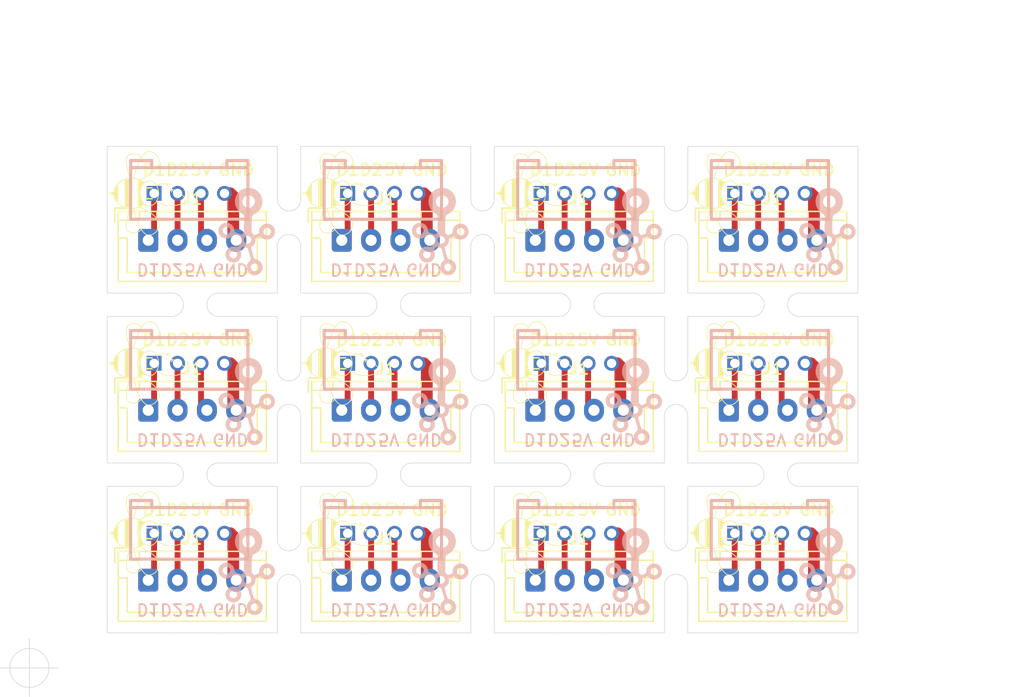
<source format=kicad_pcb>
(kicad_pcb (version 20171130) (host pcbnew 5.1.10-88a1d61d58~90~ubuntu20.04.1)
  (layers (0 F.Cu signal) (31 B.Cu signal) (34 B.Paste user) (35 F.Paste user) (36 B.SilkS user) (37 F.SilkS user) (38 B.Mask user) (39 F.Mask user) (44 Edge.Cuts user))
  (net 0 "")
  (net 1 GND)
  (net 2 +5V)
  (net 3 "Net-(J1-Pad2)")
  (net 4 "Net-(J1-Pad1)")
  (module Panelization:mouse-bite-2mm-slot (layer F.Cu) (at 188 110.5 270)
    (fp_text reference mouse-bite-2mm-slot hide)
    (fp_text value VAL** hide)
    (pad "" np_thru_hole circle (at 0.75 0.75 270) (size 0.5 0.5) (drill 0.5) (layers *.Cu *.Mask))
    (pad "" np_thru_hole circle (at -0.75 0.75 270) (size 0.5 0.5) (drill 0.5) (layers *.Cu *.Mask))
    (pad "" np_thru_hole circle (at -0.75 -0.75 270) (size 0.5 0.5) (drill 0.5) (layers *.Cu *.Mask))
    (pad "" np_thru_hole circle (at 0.75 -0.75 270) (size 0.5 0.5) (drill 0.5) (layers *.Cu *.Mask))
    (pad "" np_thru_hole circle (at 0 0.75 270) (size 0.5 0.5) (drill 0.5) (layers *.Cu *.Mask))
    (pad "" np_thru_hole circle (at 0 -0.75 270) (size 0.5 0.5) (drill 0.5) (layers *.Cu *.Mask))
  )
  (module Panelization:mouse-bite-2mm-slot (layer F.Cu) (at 229.5 117.5 180)
    (fp_text reference mouse-bite-2mm-slot hide)
    (fp_text value VAL** hide)
    (pad "" np_thru_hole circle (at 0.75 0.75 180) (size 0.5 0.5) (drill 0.5) (layers *.Cu *.Mask))
    (pad "" np_thru_hole circle (at -0.75 0.75 180) (size 0.5 0.5) (drill 0.5) (layers *.Cu *.Mask))
    (pad "" np_thru_hole circle (at -0.75 -0.75 180) (size 0.5 0.5) (drill 0.5) (layers *.Cu *.Mask))
    (pad "" np_thru_hole circle (at 0.75 -0.75 180) (size 0.5 0.5) (drill 0.5) (layers *.Cu *.Mask))
    (pad "" np_thru_hole circle (at 0 0.75 180) (size 0.5 0.5) (drill 0.5) (layers *.Cu *.Mask))
    (pad "" np_thru_hole circle (at 0 -0.75 180) (size 0.5 0.5) (drill 0.5) (layers *.Cu *.Mask))
  )
  (module Panelization:mouse-bite-2mm-slot (layer F.Cu) (at 213 117.5 180)
    (fp_text reference mouse-bite-2mm-slot hide)
    (fp_text value VAL** hide)
    (pad "" np_thru_hole circle (at 0.75 0.75 180) (size 0.5 0.5) (drill 0.5) (layers *.Cu *.Mask))
    (pad "" np_thru_hole circle (at -0.75 0.75 180) (size 0.5 0.5) (drill 0.5) (layers *.Cu *.Mask))
    (pad "" np_thru_hole circle (at -0.75 -0.75 180) (size 0.5 0.5) (drill 0.5) (layers *.Cu *.Mask))
    (pad "" np_thru_hole circle (at 0.75 -0.75 180) (size 0.5 0.5) (drill 0.5) (layers *.Cu *.Mask))
    (pad "" np_thru_hole circle (at 0 0.75 180) (size 0.5 0.5) (drill 0.5) (layers *.Cu *.Mask))
    (pad "" np_thru_hole circle (at 0 -0.75 180) (size 0.5 0.5) (drill 0.5) (layers *.Cu *.Mask))
  )
  (module Panelization:mouse-bite-2mm-slot (layer F.Cu) (at 196.5 117.5 180)
    (fp_text reference mouse-bite-2mm-slot hide)
    (fp_text value VAL** hide)
    (pad "" np_thru_hole circle (at 0.75 0.75 180) (size 0.5 0.5) (drill 0.5) (layers *.Cu *.Mask))
    (pad "" np_thru_hole circle (at -0.75 0.75 180) (size 0.5 0.5) (drill 0.5) (layers *.Cu *.Mask))
    (pad "" np_thru_hole circle (at -0.75 -0.75 180) (size 0.5 0.5) (drill 0.5) (layers *.Cu *.Mask))
    (pad "" np_thru_hole circle (at 0.75 -0.75 180) (size 0.5 0.5) (drill 0.5) (layers *.Cu *.Mask))
    (pad "" np_thru_hole circle (at 0 0.75 180) (size 0.5 0.5) (drill 0.5) (layers *.Cu *.Mask))
    (pad "" np_thru_hole circle (at 0 -0.75 180) (size 0.5 0.5) (drill 0.5) (layers *.Cu *.Mask))
  )
  (module Panelization:mouse-bite-2mm-slot (layer F.Cu) (at 180 117.5 180)
    (fp_text reference mouse-bite-2mm-slot hide)
    (fp_text value VAL** hide)
    (pad "" np_thru_hole circle (at 0.75 0.75 180) (size 0.5 0.5) (drill 0.5) (layers *.Cu *.Mask))
    (pad "" np_thru_hole circle (at -0.75 0.75 180) (size 0.5 0.5) (drill 0.5) (layers *.Cu *.Mask))
    (pad "" np_thru_hole circle (at -0.75 -0.75 180) (size 0.5 0.5) (drill 0.5) (layers *.Cu *.Mask))
    (pad "" np_thru_hole circle (at 0.75 -0.75 180) (size 0.5 0.5) (drill 0.5) (layers *.Cu *.Mask))
    (pad "" np_thru_hole circle (at 0 0.75 180) (size 0.5 0.5) (drill 0.5) (layers *.Cu *.Mask))
    (pad "" np_thru_hole circle (at 0 -0.75 180) (size 0.5 0.5) (drill 0.5) (layers *.Cu *.Mask))
  )
  (module Panelization:mouse-bite-2mm-slot (layer F.Cu) (at 229.5 103 180)
    (fp_text reference mouse-bite-2mm-slot hide)
    (fp_text value VAL** hide)
    (pad "" np_thru_hole circle (at 0.75 0.75 180) (size 0.5 0.5) (drill 0.5) (layers *.Cu *.Mask))
    (pad "" np_thru_hole circle (at -0.75 0.75 180) (size 0.5 0.5) (drill 0.5) (layers *.Cu *.Mask))
    (pad "" np_thru_hole circle (at -0.75 -0.75 180) (size 0.5 0.5) (drill 0.5) (layers *.Cu *.Mask))
    (pad "" np_thru_hole circle (at 0.75 -0.75 180) (size 0.5 0.5) (drill 0.5) (layers *.Cu *.Mask))
    (pad "" np_thru_hole circle (at 0 0.75 180) (size 0.5 0.5) (drill 0.5) (layers *.Cu *.Mask))
    (pad "" np_thru_hole circle (at 0 -0.75 180) (size 0.5 0.5) (drill 0.5) (layers *.Cu *.Mask))
  )
  (module Panelization:mouse-bite-2mm-slot (layer F.Cu) (at 213 103 180)
    (fp_text reference mouse-bite-2mm-slot hide)
    (fp_text value VAL** hide)
    (pad "" np_thru_hole circle (at 0.75 0.75 180) (size 0.5 0.5) (drill 0.5) (layers *.Cu *.Mask))
    (pad "" np_thru_hole circle (at -0.75 0.75 180) (size 0.5 0.5) (drill 0.5) (layers *.Cu *.Mask))
    (pad "" np_thru_hole circle (at -0.75 -0.75 180) (size 0.5 0.5) (drill 0.5) (layers *.Cu *.Mask))
    (pad "" np_thru_hole circle (at 0.75 -0.75 180) (size 0.5 0.5) (drill 0.5) (layers *.Cu *.Mask))
    (pad "" np_thru_hole circle (at 0 0.75 180) (size 0.5 0.5) (drill 0.5) (layers *.Cu *.Mask))
    (pad "" np_thru_hole circle (at 0 -0.75 180) (size 0.5 0.5) (drill 0.5) (layers *.Cu *.Mask))
  )
  (module Panelization:mouse-bite-2mm-slot (layer F.Cu) (at 196.5 103 180)
    (fp_text reference mouse-bite-2mm-slot hide)
    (fp_text value VAL** hide)
    (pad "" np_thru_hole circle (at 0.75 0.75 180) (size 0.5 0.5) (drill 0.5) (layers *.Cu *.Mask))
    (pad "" np_thru_hole circle (at -0.75 0.75 180) (size 0.5 0.5) (drill 0.5) (layers *.Cu *.Mask))
    (pad "" np_thru_hole circle (at -0.75 -0.75 180) (size 0.5 0.5) (drill 0.5) (layers *.Cu *.Mask))
    (pad "" np_thru_hole circle (at 0.75 -0.75 180) (size 0.5 0.5) (drill 0.5) (layers *.Cu *.Mask))
    (pad "" np_thru_hole circle (at 0 0.75 180) (size 0.5 0.5) (drill 0.5) (layers *.Cu *.Mask))
    (pad "" np_thru_hole circle (at 0 -0.75 180) (size 0.5 0.5) (drill 0.5) (layers *.Cu *.Mask))
  )
  (module Panelization:mouse-bite-2mm-slot (layer F.Cu) (at 221 125 270)
    (fp_text reference mouse-bite-2mm-slot hide)
    (fp_text value VAL** hide)
    (pad "" np_thru_hole circle (at 0.75 0.75 270) (size 0.5 0.5) (drill 0.5) (layers *.Cu *.Mask))
    (pad "" np_thru_hole circle (at -0.75 0.75 270) (size 0.5 0.5) (drill 0.5) (layers *.Cu *.Mask))
    (pad "" np_thru_hole circle (at -0.75 -0.75 270) (size 0.5 0.5) (drill 0.5) (layers *.Cu *.Mask))
    (pad "" np_thru_hole circle (at 0.75 -0.75 270) (size 0.5 0.5) (drill 0.5) (layers *.Cu *.Mask))
    (pad "" np_thru_hole circle (at 0 0.75 270) (size 0.5 0.5) (drill 0.5) (layers *.Cu *.Mask))
    (pad "" np_thru_hole circle (at 0 -0.75 270) (size 0.5 0.5) (drill 0.5) (layers *.Cu *.Mask))
  )
  (module Panelization:mouse-bite-2mm-slot (layer F.Cu) (at 204.5 125 270)
    (fp_text reference mouse-bite-2mm-slot hide)
    (fp_text value VAL** hide)
    (pad "" np_thru_hole circle (at 0.75 0.75 270) (size 0.5 0.5) (drill 0.5) (layers *.Cu *.Mask))
    (pad "" np_thru_hole circle (at -0.75 0.75 270) (size 0.5 0.5) (drill 0.5) (layers *.Cu *.Mask))
    (pad "" np_thru_hole circle (at -0.75 -0.75 270) (size 0.5 0.5) (drill 0.5) (layers *.Cu *.Mask))
    (pad "" np_thru_hole circle (at 0.75 -0.75 270) (size 0.5 0.5) (drill 0.5) (layers *.Cu *.Mask))
    (pad "" np_thru_hole circle (at 0 0.75 270) (size 0.5 0.5) (drill 0.5) (layers *.Cu *.Mask))
    (pad "" np_thru_hole circle (at 0 -0.75 270) (size 0.5 0.5) (drill 0.5) (layers *.Cu *.Mask))
  )
  (module Panelization:mouse-bite-2mm-slot (layer F.Cu) (at 188 125 270)
    (fp_text reference mouse-bite-2mm-slot hide)
    (fp_text value VAL** hide)
    (pad "" np_thru_hole circle (at 0.75 0.75 270) (size 0.5 0.5) (drill 0.5) (layers *.Cu *.Mask))
    (pad "" np_thru_hole circle (at -0.75 0.75 270) (size 0.5 0.5) (drill 0.5) (layers *.Cu *.Mask))
    (pad "" np_thru_hole circle (at -0.75 -0.75 270) (size 0.5 0.5) (drill 0.5) (layers *.Cu *.Mask))
    (pad "" np_thru_hole circle (at 0.75 -0.75 270) (size 0.5 0.5) (drill 0.5) (layers *.Cu *.Mask))
    (pad "" np_thru_hole circle (at 0 0.75 270) (size 0.5 0.5) (drill 0.5) (layers *.Cu *.Mask))
    (pad "" np_thru_hole circle (at 0 -0.75 270) (size 0.5 0.5) (drill 0.5) (layers *.Cu *.Mask))
  )
  (module Panelization:mouse-bite-2mm-slot (layer F.Cu) (at 221 110.5 270)
    (fp_text reference mouse-bite-2mm-slot hide)
    (fp_text value VAL** hide)
    (pad "" np_thru_hole circle (at 0.75 0.75 270) (size 0.5 0.5) (drill 0.5) (layers *.Cu *.Mask))
    (pad "" np_thru_hole circle (at -0.75 0.75 270) (size 0.5 0.5) (drill 0.5) (layers *.Cu *.Mask))
    (pad "" np_thru_hole circle (at -0.75 -0.75 270) (size 0.5 0.5) (drill 0.5) (layers *.Cu *.Mask))
    (pad "" np_thru_hole circle (at 0.75 -0.75 270) (size 0.5 0.5) (drill 0.5) (layers *.Cu *.Mask))
    (pad "" np_thru_hole circle (at 0 0.75 270) (size 0.5 0.5) (drill 0.5) (layers *.Cu *.Mask))
    (pad "" np_thru_hole circle (at 0 -0.75 270) (size 0.5 0.5) (drill 0.5) (layers *.Cu *.Mask))
  )
  (module Panelization:mouse-bite-2mm-slot (layer F.Cu) (at 204.5 110.5 270)
    (fp_text reference mouse-bite-2mm-slot hide)
    (fp_text value VAL** hide)
    (pad "" np_thru_hole circle (at 0.75 0.75 270) (size 0.5 0.5) (drill 0.5) (layers *.Cu *.Mask))
    (pad "" np_thru_hole circle (at -0.75 0.75 270) (size 0.5 0.5) (drill 0.5) (layers *.Cu *.Mask))
    (pad "" np_thru_hole circle (at -0.75 -0.75 270) (size 0.5 0.5) (drill 0.5) (layers *.Cu *.Mask))
    (pad "" np_thru_hole circle (at 0.75 -0.75 270) (size 0.5 0.5) (drill 0.5) (layers *.Cu *.Mask))
    (pad "" np_thru_hole circle (at 0 0.75 270) (size 0.5 0.5) (drill 0.5) (layers *.Cu *.Mask))
    (pad "" np_thru_hole circle (at 0 -0.75 270) (size 0.5 0.5) (drill 0.5) (layers *.Cu *.Mask))
  )
  (module Panelization:mouse-bite-2mm-slot (layer F.Cu) (at 221 96 270)
    (fp_text reference mouse-bite-2mm-slot hide)
    (fp_text value VAL** hide)
    (pad "" np_thru_hole circle (at 0.75 0.75 270) (size 0.5 0.5) (drill 0.5) (layers *.Cu *.Mask))
    (pad "" np_thru_hole circle (at -0.75 0.75 270) (size 0.5 0.5) (drill 0.5) (layers *.Cu *.Mask))
    (pad "" np_thru_hole circle (at -0.75 -0.75 270) (size 0.5 0.5) (drill 0.5) (layers *.Cu *.Mask))
    (pad "" np_thru_hole circle (at 0.75 -0.75 270) (size 0.5 0.5) (drill 0.5) (layers *.Cu *.Mask))
    (pad "" np_thru_hole circle (at 0 0.75 270) (size 0.5 0.5) (drill 0.5) (layers *.Cu *.Mask))
    (pad "" np_thru_hole circle (at 0 -0.75 270) (size 0.5 0.5) (drill 0.5) (layers *.Cu *.Mask))
  )
  (module Panelization:mouse-bite-2mm-slot (layer F.Cu) (at 204.5 96 270)
    (fp_text reference mouse-bite-2mm-slot hide)
    (fp_text value VAL** hide)
    (pad "" np_thru_hole circle (at 0.75 0.75 270) (size 0.5 0.5) (drill 0.5) (layers *.Cu *.Mask))
    (pad "" np_thru_hole circle (at -0.75 0.75 270) (size 0.5 0.5) (drill 0.5) (layers *.Cu *.Mask))
    (pad "" np_thru_hole circle (at -0.75 -0.75 270) (size 0.5 0.5) (drill 0.5) (layers *.Cu *.Mask))
    (pad "" np_thru_hole circle (at 0.75 -0.75 270) (size 0.5 0.5) (drill 0.5) (layers *.Cu *.Mask))
    (pad "" np_thru_hole circle (at 0 0.75 270) (size 0.5 0.5) (drill 0.5) (layers *.Cu *.Mask))
    (pad "" np_thru_hole circle (at 0 -0.75 270) (size 0.5 0.5) (drill 0.5) (layers *.Cu *.Mask))
  )
  (module Panelization:mouse-bite-2mm-slot (layer F.Cu) (at 188 96 270)
    (fp_text reference mouse-bite-2mm-slot hide)
    (fp_text value VAL** hide)
    (pad "" np_thru_hole circle (at 0.75 0.75 270) (size 0.5 0.5) (drill 0.5) (layers *.Cu *.Mask))
    (pad "" np_thru_hole circle (at -0.75 0.75 270) (size 0.5 0.5) (drill 0.5) (layers *.Cu *.Mask))
    (pad "" np_thru_hole circle (at -0.75 -0.75 270) (size 0.5 0.5) (drill 0.5) (layers *.Cu *.Mask))
    (pad "" np_thru_hole circle (at 0.75 -0.75 270) (size 0.5 0.5) (drill 0.5) (layers *.Cu *.Mask))
    (pad "" np_thru_hole circle (at 0 0.75 270) (size 0.5 0.5) (drill 0.5) (layers *.Cu *.Mask))
    (pad "" np_thru_hole circle (at 0 -0.75 270) (size 0.5 0.5) (drill 0.5) (layers *.Cu *.Mask))
  )
  (module "Grove-Gas Sensor v1.4:TWIGLOGO" (layer B.Cu) (at 234 123)
    (fp_text reference U$3 hide)
    (fp_text value "" hide)
  )
  (module "Grove-Gas Sensor v1.4:TWIGLOGO" (layer B.Cu) (at 217.5 123)
    (fp_text reference U$3 hide)
    (fp_text value "" hide)
  )
  (module "Grove-Gas Sensor v1.4:TWIGLOGO" (layer B.Cu) (at 201 123)
    (fp_text reference U$3 hide)
    (fp_text value "" hide)
  )
  (module "Grove-Gas Sensor v1.4:TWIGLOGO" (layer B.Cu) (at 184.5 123)
    (fp_text reference U$3 hide)
    (fp_text value "" hide)
  )
  (module "Grove-Gas Sensor v1.4:TWIGLOGO" (layer B.Cu) (at 234 108.5)
    (fp_text reference U$3 hide)
    (fp_text value "" hide)
  )
  (module "Grove-Gas Sensor v1.4:TWIGLOGO" (layer B.Cu) (at 217.5 108.5)
    (fp_text reference U$3 hide)
    (fp_text value "" hide)
  )
  (module "Grove-Gas Sensor v1.4:TWIGLOGO" (layer B.Cu) (at 201 108.5)
    (fp_text reference U$3 hide)
    (fp_text value "" hide)
  )
  (module "Grove-Gas Sensor v1.4:TWIGLOGO" (layer B.Cu) (at 184.5 108.5)
    (fp_text reference U$3 hide)
    (fp_text value "" hide)
  )
  (module "Grove-Gas Sensor v1.4:TWIGLOGO" (layer B.Cu) (at 234 94)
    (fp_text reference U$3 hide)
    (fp_text value "" hide)
  )
  (module "Grove-Gas Sensor v1.4:TWIGLOGO" (layer B.Cu) (at 217.5 94)
    (fp_text reference U$3 hide)
    (fp_text value "" hide)
  )
  (module "Grove-Gas Sensor v1.4:TWIGLOGO" (layer B.Cu) (at 201 94)
    (fp_text reference U$3 hide)
    (fp_text value "" hide)
  )
  (module "Grove-Gas Sensor v1.4:4P-LEADED-2.0" (layer B.Cu) (at 229 122.5)
    (fp_text reference J2)
    (fp_text value Conn_01x04)
    (pad 4 thru_hole circle (at 3 0) (size 1.27 1.27) (drill 0.8) (layers *.Cu *.Mask) (net 1 GND))
    (pad 3 thru_hole circle (at 1 0) (size 1.27 1.27) (drill 0.8) (layers *.Cu *.Mask) (net 2 +5V))
    (pad 2 thru_hole circle (at -1 0) (size 1.27 1.27) (drill 0.8) (layers *.Cu *.Mask) (net 3 "Net-(J1-Pad2)"))
    (pad 1 thru_hole rect (at -3 0) (size 1.27 1.27) (drill 0.8) (layers *.Cu *.Mask) (net 4 "Net-(J1-Pad1)"))
  )
  (module "Grove-Gas Sensor v1.4:4P-LEADED-2.0" (layer B.Cu) (at 212.5 122.5)
    (fp_text reference J2)
    (fp_text value Conn_01x04)
    (pad 4 thru_hole circle (at 3 0) (size 1.27 1.27) (drill 0.8) (layers *.Cu *.Mask) (net 1 GND))
    (pad 3 thru_hole circle (at 1 0) (size 1.27 1.27) (drill 0.8) (layers *.Cu *.Mask) (net 2 +5V))
    (pad 2 thru_hole circle (at -1 0) (size 1.27 1.27) (drill 0.8) (layers *.Cu *.Mask) (net 3 "Net-(J1-Pad2)"))
    (pad 1 thru_hole rect (at -3 0) (size 1.27 1.27) (drill 0.8) (layers *.Cu *.Mask) (net 4 "Net-(J1-Pad1)"))
  )
  (module "Grove-Gas Sensor v1.4:4P-LEADED-2.0" (layer B.Cu) (at 196 122.5)
    (fp_text reference J2)
    (fp_text value Conn_01x04)
    (pad 4 thru_hole circle (at 3 0) (size 1.27 1.27) (drill 0.8) (layers *.Cu *.Mask) (net 1 GND))
    (pad 3 thru_hole circle (at 1 0) (size 1.27 1.27) (drill 0.8) (layers *.Cu *.Mask) (net 2 +5V))
    (pad 2 thru_hole circle (at -1 0) (size 1.27 1.27) (drill 0.8) (layers *.Cu *.Mask) (net 3 "Net-(J1-Pad2)"))
    (pad 1 thru_hole rect (at -3 0) (size 1.27 1.27) (drill 0.8) (layers *.Cu *.Mask) (net 4 "Net-(J1-Pad1)"))
  )
  (module "Grove-Gas Sensor v1.4:4P-LEADED-2.0" (layer B.Cu) (at 179.5 122.5)
    (fp_text reference J2)
    (fp_text value Conn_01x04)
    (pad 4 thru_hole circle (at 3 0) (size 1.27 1.27) (drill 0.8) (layers *.Cu *.Mask) (net 1 GND))
    (pad 3 thru_hole circle (at 1 0) (size 1.27 1.27) (drill 0.8) (layers *.Cu *.Mask) (net 2 +5V))
    (pad 2 thru_hole circle (at -1 0) (size 1.27 1.27) (drill 0.8) (layers *.Cu *.Mask) (net 3 "Net-(J1-Pad2)"))
    (pad 1 thru_hole rect (at -3 0) (size 1.27 1.27) (drill 0.8) (layers *.Cu *.Mask) (net 4 "Net-(J1-Pad1)"))
  )
  (module "Grove-Gas Sensor v1.4:4P-LEADED-2.0" (layer B.Cu) (at 229 108)
    (fp_text reference J2)
    (fp_text value Conn_01x04)
    (pad 4 thru_hole circle (at 3 0) (size 1.27 1.27) (drill 0.8) (layers *.Cu *.Mask) (net 1 GND))
    (pad 3 thru_hole circle (at 1 0) (size 1.27 1.27) (drill 0.8) (layers *.Cu *.Mask) (net 2 +5V))
    (pad 2 thru_hole circle (at -1 0) (size 1.27 1.27) (drill 0.8) (layers *.Cu *.Mask) (net 3 "Net-(J1-Pad2)"))
    (pad 1 thru_hole rect (at -3 0) (size 1.27 1.27) (drill 0.8) (layers *.Cu *.Mask) (net 4 "Net-(J1-Pad1)"))
  )
  (module "Grove-Gas Sensor v1.4:4P-LEADED-2.0" (layer B.Cu) (at 212.5 108)
    (fp_text reference J2)
    (fp_text value Conn_01x04)
    (pad 4 thru_hole circle (at 3 0) (size 1.27 1.27) (drill 0.8) (layers *.Cu *.Mask) (net 1 GND))
    (pad 3 thru_hole circle (at 1 0) (size 1.27 1.27) (drill 0.8) (layers *.Cu *.Mask) (net 2 +5V))
    (pad 2 thru_hole circle (at -1 0) (size 1.27 1.27) (drill 0.8) (layers *.Cu *.Mask) (net 3 "Net-(J1-Pad2)"))
    (pad 1 thru_hole rect (at -3 0) (size 1.27 1.27) (drill 0.8) (layers *.Cu *.Mask) (net 4 "Net-(J1-Pad1)"))
  )
  (module "Grove-Gas Sensor v1.4:4P-LEADED-2.0" (layer B.Cu) (at 196 108)
    (fp_text reference J2)
    (fp_text value Conn_01x04)
    (pad 4 thru_hole circle (at 3 0) (size 1.27 1.27) (drill 0.8) (layers *.Cu *.Mask) (net 1 GND))
    (pad 3 thru_hole circle (at 1 0) (size 1.27 1.27) (drill 0.8) (layers *.Cu *.Mask) (net 2 +5V))
    (pad 2 thru_hole circle (at -1 0) (size 1.27 1.27) (drill 0.8) (layers *.Cu *.Mask) (net 3 "Net-(J1-Pad2)"))
    (pad 1 thru_hole rect (at -3 0) (size 1.27 1.27) (drill 0.8) (layers *.Cu *.Mask) (net 4 "Net-(J1-Pad1)"))
  )
  (module "Grove-Gas Sensor v1.4:4P-LEADED-2.0" (layer B.Cu) (at 179.5 108)
    (fp_text reference J2)
    (fp_text value Conn_01x04)
    (pad 4 thru_hole circle (at 3 0) (size 1.27 1.27) (drill 0.8) (layers *.Cu *.Mask) (net 1 GND))
    (pad 3 thru_hole circle (at 1 0) (size 1.27 1.27) (drill 0.8) (layers *.Cu *.Mask) (net 2 +5V))
    (pad 2 thru_hole circle (at -1 0) (size 1.27 1.27) (drill 0.8) (layers *.Cu *.Mask) (net 3 "Net-(J1-Pad2)"))
    (pad 1 thru_hole rect (at -3 0) (size 1.27 1.27) (drill 0.8) (layers *.Cu *.Mask) (net 4 "Net-(J1-Pad1)"))
  )
  (module "Grove-Gas Sensor v1.4:4P-LEADED-2.0" (layer B.Cu) (at 229 93.5)
    (fp_text reference J2)
    (fp_text value Conn_01x04)
    (pad 4 thru_hole circle (at 3 0) (size 1.27 1.27) (drill 0.8) (layers *.Cu *.Mask) (net 1 GND))
    (pad 3 thru_hole circle (at 1 0) (size 1.27 1.27) (drill 0.8) (layers *.Cu *.Mask) (net 2 +5V))
    (pad 2 thru_hole circle (at -1 0) (size 1.27 1.27) (drill 0.8) (layers *.Cu *.Mask) (net 3 "Net-(J1-Pad2)"))
    (pad 1 thru_hole rect (at -3 0) (size 1.27 1.27) (drill 0.8) (layers *.Cu *.Mask) (net 4 "Net-(J1-Pad1)"))
  )
  (module "Grove-Gas Sensor v1.4:4P-LEADED-2.0" (layer B.Cu) (at 212.5 93.5)
    (fp_text reference J2)
    (fp_text value Conn_01x04)
    (pad 4 thru_hole circle (at 3 0) (size 1.27 1.27) (drill 0.8) (layers *.Cu *.Mask) (net 1 GND))
    (pad 3 thru_hole circle (at 1 0) (size 1.27 1.27) (drill 0.8) (layers *.Cu *.Mask) (net 2 +5V))
    (pad 2 thru_hole circle (at -1 0) (size 1.27 1.27) (drill 0.8) (layers *.Cu *.Mask) (net 3 "Net-(J1-Pad2)"))
    (pad 1 thru_hole rect (at -3 0) (size 1.27 1.27) (drill 0.8) (layers *.Cu *.Mask) (net 4 "Net-(J1-Pad1)"))
  )
  (module "Grove-Gas Sensor v1.4:4P-LEADED-2.0" (layer B.Cu) (at 196 93.5)
    (fp_text reference J2)
    (fp_text value Conn_01x04)
    (pad 4 thru_hole circle (at 3 0) (size 1.27 1.27) (drill 0.8) (layers *.Cu *.Mask) (net 1 GND))
    (pad 3 thru_hole circle (at 1 0) (size 1.27 1.27) (drill 0.8) (layers *.Cu *.Mask) (net 2 +5V))
    (pad 2 thru_hole circle (at -1 0) (size 1.27 1.27) (drill 0.8) (layers *.Cu *.Mask) (net 3 "Net-(J1-Pad2)"))
    (pad 1 thru_hole rect (at -3 0) (size 1.27 1.27) (drill 0.8) (layers *.Cu *.Mask) (net 4 "Net-(J1-Pad1)"))
  )
  (module logo-beehive:logo-beehive-7_2х6_7mm (layer F.Cu) (at 225.5 122.5 270)
    (fp_text reference G*** hide)
    (fp_text value LOGO hide)
  )
  (module logo-beehive:logo-beehive-7_2х6_7mm (layer F.Cu) (at 209 122.5 270)
    (fp_text reference G*** hide)
    (fp_text value LOGO hide)
  )
  (module logo-beehive:logo-beehive-7_2х6_7mm (layer F.Cu) (at 192.5 122.5 270)
    (fp_text reference G*** hide)
    (fp_text value LOGO hide)
  )
  (module logo-beehive:logo-beehive-7_2х6_7mm (layer F.Cu) (at 176 122.5 270)
    (fp_text reference G*** hide)
    (fp_text value LOGO hide)
  )
  (module logo-beehive:logo-beehive-7_2х6_7mm (layer F.Cu) (at 225.5 108 270)
    (fp_text reference G*** hide)
    (fp_text value LOGO hide)
  )
  (module logo-beehive:logo-beehive-7_2х6_7mm (layer F.Cu) (at 209 108 270)
    (fp_text reference G*** hide)
    (fp_text value LOGO hide)
  )
  (module logo-beehive:logo-beehive-7_2х6_7mm (layer F.Cu) (at 192.5 108 270)
    (fp_text reference G*** hide)
    (fp_text value LOGO hide)
  )
  (module logo-beehive:logo-beehive-7_2х6_7mm (layer F.Cu) (at 176 108 270)
    (fp_text reference G*** hide)
    (fp_text value LOGO hide)
  )
  (module logo-beehive:logo-beehive-7_2х6_7mm (layer F.Cu) (at 225.5 93.5 270)
    (fp_text reference G*** hide)
    (fp_text value LOGO hide)
  )
  (module logo-beehive:logo-beehive-7_2х6_7mm (layer F.Cu) (at 209 93.5 270)
    (fp_text reference G*** hide)
    (fp_text value LOGO hide)
  )
  (module logo-beehive:logo-beehive-7_2х6_7mm (layer F.Cu) (at 192.5 93.5 270)
    (fp_text reference G*** hide)
    (fp_text value LOGO hide)
  )
  (module Connector_JST:JST_XH_B4B-XH-A_1x04_P2.50mm_Vertical (layer F.Cu) (at 225.5 126.5)
    (fp_text reference J1 (at 3.75 -3.55) (layer F.SilkS))
    (fp_text value Conn_01x04)
    (pad 4 thru_hole oval (at 7.5 0) (size 1.7 1.95) (drill 0.95) (layers *.Cu *.Mask) (net 1 GND))
    (pad 3 thru_hole oval (at 5 0) (size 1.7 1.95) (drill 0.95) (layers *.Cu *.Mask) (net 2 +5V))
    (pad 2 thru_hole oval (at 2.5 0) (size 1.7 1.95) (drill 0.95) (layers *.Cu *.Mask) (net 3 "Net-(J1-Pad2)"))
    (pad 1 thru_hole roundrect (at 0 0) (size 1.7 1.95) (drill 0.95) (layers *.Cu *.Mask) (roundrect_rratio 0.1470588235294118) (net 4 "Net-(J1-Pad1)"))
  )
  (module Connector_JST:JST_XH_B4B-XH-A_1x04_P2.50mm_Vertical (layer F.Cu) (at 209 126.5)
    (fp_text reference J1 (at 3.75 -3.55) (layer F.SilkS))
    (fp_text value Conn_01x04)
    (pad 4 thru_hole oval (at 7.5 0) (size 1.7 1.95) (drill 0.95) (layers *.Cu *.Mask) (net 1 GND))
    (pad 3 thru_hole oval (at 5 0) (size 1.7 1.95) (drill 0.95) (layers *.Cu *.Mask) (net 2 +5V))
    (pad 2 thru_hole oval (at 2.5 0) (size 1.7 1.95) (drill 0.95) (layers *.Cu *.Mask) (net 3 "Net-(J1-Pad2)"))
    (pad 1 thru_hole roundrect (at 0 0) (size 1.7 1.95) (drill 0.95) (layers *.Cu *.Mask) (roundrect_rratio 0.1470588235294118) (net 4 "Net-(J1-Pad1)"))
  )
  (module Connector_JST:JST_XH_B4B-XH-A_1x04_P2.50mm_Vertical (layer F.Cu) (at 192.5 126.5)
    (fp_text reference J1 (at 3.75 -3.55) (layer F.SilkS))
    (fp_text value Conn_01x04)
    (pad 4 thru_hole oval (at 7.5 0) (size 1.7 1.95) (drill 0.95) (layers *.Cu *.Mask) (net 1 GND))
    (pad 3 thru_hole oval (at 5 0) (size 1.7 1.95) (drill 0.95) (layers *.Cu *.Mask) (net 2 +5V))
    (pad 2 thru_hole oval (at 2.5 0) (size 1.7 1.95) (drill 0.95) (layers *.Cu *.Mask) (net 3 "Net-(J1-Pad2)"))
    (pad 1 thru_hole roundrect (at 0 0) (size 1.7 1.95) (drill 0.95) (layers *.Cu *.Mask) (roundrect_rratio 0.1470588235294118) (net 4 "Net-(J1-Pad1)"))
  )
  (module Connector_JST:JST_XH_B4B-XH-A_1x04_P2.50mm_Vertical (layer F.Cu) (at 176 126.5)
    (fp_text reference J1 (at 3.75 -3.55) (layer F.SilkS))
    (fp_text value Conn_01x04)
    (pad 4 thru_hole oval (at 7.5 0) (size 1.7 1.95) (drill 0.95) (layers *.Cu *.Mask) (net 1 GND))
    (pad 3 thru_hole oval (at 5 0) (size 1.7 1.95) (drill 0.95) (layers *.Cu *.Mask) (net 2 +5V))
    (pad 2 thru_hole oval (at 2.5 0) (size 1.7 1.95) (drill 0.95) (layers *.Cu *.Mask) (net 3 "Net-(J1-Pad2)"))
    (pad 1 thru_hole roundrect (at 0 0) (size 1.7 1.95) (drill 0.95) (layers *.Cu *.Mask) (roundrect_rratio 0.1470588235294118) (net 4 "Net-(J1-Pad1)"))
  )
  (module Connector_JST:JST_XH_B4B-XH-A_1x04_P2.50mm_Vertical (layer F.Cu) (at 225.5 112)
    (fp_text reference J1 (at 3.75 -3.55) (layer F.SilkS))
    (fp_text value Conn_01x04)
    (pad 4 thru_hole oval (at 7.5 0) (size 1.7 1.95) (drill 0.95) (layers *.Cu *.Mask) (net 1 GND))
    (pad 3 thru_hole oval (at 5 0) (size 1.7 1.95) (drill 0.95) (layers *.Cu *.Mask) (net 2 +5V))
    (pad 2 thru_hole oval (at 2.5 0) (size 1.7 1.95) (drill 0.95) (layers *.Cu *.Mask) (net 3 "Net-(J1-Pad2)"))
    (pad 1 thru_hole roundrect (at 0 0) (size 1.7 1.95) (drill 0.95) (layers *.Cu *.Mask) (roundrect_rratio 0.1470588235294118) (net 4 "Net-(J1-Pad1)"))
  )
  (module Connector_JST:JST_XH_B4B-XH-A_1x04_P2.50mm_Vertical (layer F.Cu) (at 209 112)
    (fp_text reference J1 (at 3.75 -3.55) (layer F.SilkS))
    (fp_text value Conn_01x04)
    (pad 4 thru_hole oval (at 7.5 0) (size 1.7 1.95) (drill 0.95) (layers *.Cu *.Mask) (net 1 GND))
    (pad 3 thru_hole oval (at 5 0) (size 1.7 1.95) (drill 0.95) (layers *.Cu *.Mask) (net 2 +5V))
    (pad 2 thru_hole oval (at 2.5 0) (size 1.7 1.95) (drill 0.95) (layers *.Cu *.Mask) (net 3 "Net-(J1-Pad2)"))
    (pad 1 thru_hole roundrect (at 0 0) (size 1.7 1.95) (drill 0.95) (layers *.Cu *.Mask) (roundrect_rratio 0.1470588235294118) (net 4 "Net-(J1-Pad1)"))
  )
  (module Connector_JST:JST_XH_B4B-XH-A_1x04_P2.50mm_Vertical (layer F.Cu) (at 192.5 112)
    (fp_text reference J1 (at 3.75 -3.55) (layer F.SilkS))
    (fp_text value Conn_01x04)
    (pad 4 thru_hole oval (at 7.5 0) (size 1.7 1.95) (drill 0.95) (layers *.Cu *.Mask) (net 1 GND))
    (pad 3 thru_hole oval (at 5 0) (size 1.7 1.95) (drill 0.95) (layers *.Cu *.Mask) (net 2 +5V))
    (pad 2 thru_hole oval (at 2.5 0) (size 1.7 1.95) (drill 0.95) (layers *.Cu *.Mask) (net 3 "Net-(J1-Pad2)"))
    (pad 1 thru_hole roundrect (at 0 0) (size 1.7 1.95) (drill 0.95) (layers *.Cu *.Mask) (roundrect_rratio 0.1470588235294118) (net 4 "Net-(J1-Pad1)"))
  )
  (module Connector_JST:JST_XH_B4B-XH-A_1x04_P2.50mm_Vertical (layer F.Cu) (at 176 112)
    (fp_text reference J1 (at 3.75 -3.55) (layer F.SilkS))
    (fp_text value Conn_01x04)
    (pad 4 thru_hole oval (at 7.5 0) (size 1.7 1.95) (drill 0.95) (layers *.Cu *.Mask) (net 1 GND))
    (pad 3 thru_hole oval (at 5 0) (size 1.7 1.95) (drill 0.95) (layers *.Cu *.Mask) (net 2 +5V))
    (pad 2 thru_hole oval (at 2.5 0) (size 1.7 1.95) (drill 0.95) (layers *.Cu *.Mask) (net 3 "Net-(J1-Pad2)"))
    (pad 1 thru_hole roundrect (at 0 0) (size 1.7 1.95) (drill 0.95) (layers *.Cu *.Mask) (roundrect_rratio 0.1470588235294118) (net 4 "Net-(J1-Pad1)"))
  )
  (module Connector_JST:JST_XH_B4B-XH-A_1x04_P2.50mm_Vertical (layer F.Cu) (at 225.5 97.5)
    (fp_text reference J1 (at 3.75 -3.55) (layer F.SilkS))
    (fp_text value Conn_01x04)
    (pad 4 thru_hole oval (at 7.5 0) (size 1.7 1.95) (drill 0.95) (layers *.Cu *.Mask) (net 1 GND))
    (pad 3 thru_hole oval (at 5 0) (size 1.7 1.95) (drill 0.95) (layers *.Cu *.Mask) (net 2 +5V))
    (pad 2 thru_hole oval (at 2.5 0) (size 1.7 1.95) (drill 0.95) (layers *.Cu *.Mask) (net 3 "Net-(J1-Pad2)"))
    (pad 1 thru_hole roundrect (at 0 0) (size 1.7 1.95) (drill 0.95) (layers *.Cu *.Mask) (roundrect_rratio 0.1470588235294118) (net 4 "Net-(J1-Pad1)"))
  )
  (module Connector_JST:JST_XH_B4B-XH-A_1x04_P2.50mm_Vertical (layer F.Cu) (at 209 97.5)
    (fp_text reference J1 (at 3.75 -3.55) (layer F.SilkS))
    (fp_text value Conn_01x04)
    (pad 4 thru_hole oval (at 7.5 0) (size 1.7 1.95) (drill 0.95) (layers *.Cu *.Mask) (net 1 GND))
    (pad 3 thru_hole oval (at 5 0) (size 1.7 1.95) (drill 0.95) (layers *.Cu *.Mask) (net 2 +5V))
    (pad 2 thru_hole oval (at 2.5 0) (size 1.7 1.95) (drill 0.95) (layers *.Cu *.Mask) (net 3 "Net-(J1-Pad2)"))
    (pad 1 thru_hole roundrect (at 0 0) (size 1.7 1.95) (drill 0.95) (layers *.Cu *.Mask) (roundrect_rratio 0.1470588235294118) (net 4 "Net-(J1-Pad1)"))
  )
  (module Connector_JST:JST_XH_B4B-XH-A_1x04_P2.50mm_Vertical (layer F.Cu) (at 192.5 97.5)
    (fp_text reference J1 (at 3.75 -3.55) (layer F.SilkS))
    (fp_text value Conn_01x04)
    (pad 4 thru_hole oval (at 7.5 0) (size 1.7 1.95) (drill 0.95) (layers *.Cu *.Mask) (net 1 GND))
    (pad 3 thru_hole oval (at 5 0) (size 1.7 1.95) (drill 0.95) (layers *.Cu *.Mask) (net 2 +5V))
    (pad 2 thru_hole oval (at 2.5 0) (size 1.7 1.95) (drill 0.95) (layers *.Cu *.Mask) (net 3 "Net-(J1-Pad2)"))
    (pad 1 thru_hole roundrect (at 0 0) (size 1.7 1.95) (drill 0.95) (layers *.Cu *.Mask) (roundrect_rratio 0.1470588235294118) (net 4 "Net-(J1-Pad1)"))
  )
  (module Panelization:mouse-bite-2mm-slot (layer F.Cu) (at 180 103 180)
    (fp_text reference mouse-bite-2mm-slot hide)
    (fp_text value VAL** hide)
    (pad "" np_thru_hole circle (at 0.75 0.75 180) (size 0.5 0.5) (drill 0.5) (layers *.Cu *.Mask))
    (pad "" np_thru_hole circle (at -0.75 0.75 180) (size 0.5 0.5) (drill 0.5) (layers *.Cu *.Mask))
    (pad "" np_thru_hole circle (at -0.75 -0.75 180) (size 0.5 0.5) (drill 0.5) (layers *.Cu *.Mask))
    (pad "" np_thru_hole circle (at 0.75 -0.75 180) (size 0.5 0.5) (drill 0.5) (layers *.Cu *.Mask))
    (pad "" np_thru_hole circle (at 0 0.75 180) (size 0.5 0.5) (drill 0.5) (layers *.Cu *.Mask))
    (pad "" np_thru_hole circle (at 0 -0.75 180) (size 0.5 0.5) (drill 0.5) (layers *.Cu *.Mask))
  )
  (module "Grove-Gas Sensor v1.4:TWIGLOGO" (layer B.Cu) (at 184.5 94)
    (fp_text reference U$3 hide)
    (fp_text value "" hide)
  )
  (module logo-beehive:logo-beehive-7_2х6_7mm (layer F.Cu) (at 176 93.5 270)
    (fp_text reference G*** hide)
    (fp_text value LOGO hide)
  )
  (module "Grove-Gas Sensor v1.4:4P-LEADED-2.0" (layer B.Cu) (at 179.5 93.5)
    (fp_text reference J2)
    (fp_text value Conn_01x04)
    (pad 4 thru_hole circle (at 3 0) (size 1.27 1.27) (drill 0.8) (layers *.Cu *.Mask) (net 1 GND))
    (pad 3 thru_hole circle (at 1 0) (size 1.27 1.27) (drill 0.8) (layers *.Cu *.Mask) (net 2 +5V))
    (pad 2 thru_hole circle (at -1 0) (size 1.27 1.27) (drill 0.8) (layers *.Cu *.Mask) (net 3 "Net-(J1-Pad2)"))
    (pad 1 thru_hole rect (at -3 0) (size 1.27 1.27) (drill 0.8) (layers *.Cu *.Mask) (net 4 "Net-(J1-Pad1)"))
  )
  (module Connector_JST:JST_XH_B4B-XH-A_1x04_P2.50mm_Vertical (layer F.Cu) (at 176 97.5)
    (fp_text reference J1 (at 3.75 -3.55) (layer F.SilkS))
    (fp_text value Conn_01x04)
    (pad 4 thru_hole oval (at 7.5 0) (size 1.7 1.95) (drill 0.95) (layers *.Cu *.Mask) (net 1 GND))
    (pad 3 thru_hole oval (at 5 0) (size 1.7 1.95) (drill 0.95) (layers *.Cu *.Mask) (net 2 +5V))
    (pad 2 thru_hole oval (at 2.5 0) (size 1.7 1.95) (drill 0.95) (layers *.Cu *.Mask) (net 3 "Net-(J1-Pad2)"))
    (pad 1 thru_hole roundrect (at 0 0) (size 1.7 1.95) (drill 0.95) (layers *.Cu *.Mask) (roundrect_rratio 0.1470588235294118) (net 4 "Net-(J1-Pad1)"))
  )
  (target plus (at 165.862 133.985) (size 5) (width 0.05) (layer Edge.Cuts))
  (gr_line (start 236.5 94) (end 236.5 98) (layer Edge.Cuts) (width 0.05))
  (gr_line (start 236.5 123) (end 236.5 127) (layer Edge.Cuts) (width 0.05))
  (gr_line (start 236.5 108.5) (end 236.5 112.5) (layer Edge.Cuts) (width 0.05))
  (gr_line (start 172.5 123) (end 172.5 127) (layer Edge.Cuts) (width 0.05))
  (gr_line (start 172.5 108.5) (end 172.5 112.5) (layer Edge.Cuts) (width 0.05))
  (gr_line (start 172.5 94) (end 172.5 98) (layer Edge.Cuts) (width 0.05))
  (gr_line (start 211 131) (end 215 131) (layer Edge.Cuts) (width 0.05))
  (gr_line (start 194.5 131) (end 198.5 131) (layer Edge.Cuts) (width 0.05))
  (gr_line (start 227.5 131) (end 231.5 131) (layer Edge.Cuts) (width 0.05))
  (gr_line (start 178 131) (end 182 131) (layer Edge.Cuts) (width 0.05))
  (gr_line (start 227.5 89.5) (end 231.5 89.5) (layer Edge.Cuts) (width 0.05))
  (gr_line (start 211 89.5) (end 215 89.5) (layer Edge.Cuts) (width 0.05))
  (gr_line (start 194.5 89.5) (end 198.5 89.5) (layer Edge.Cuts) (width 0.05))
  (gr_line (start 178 89.5) (end 182 89.5) (layer Edge.Cuts) (width 0.05))
  (gr_line (start 231.5 131) (end 236.5 131) (layer Edge.Cuts) (width 0.05))
  (gr_line (start 215 131) (end 220 131) (layer Edge.Cuts) (width 0.05))
  (gr_line (start 198.5 131) (end 203.5 131) (layer Edge.Cuts) (width 0.05))
  (gr_line (start 182 131) (end 187 131) (layer Edge.Cuts) (width 0.05))
  (gr_line (start 231.5 116.5) (end 236.5 116.5) (layer Edge.Cuts) (width 0.05))
  (gr_line (start 215 116.5) (end 220 116.5) (layer Edge.Cuts) (width 0.05))
  (gr_line (start 198.5 116.5) (end 203.5 116.5) (layer Edge.Cuts) (width 0.05))
  (gr_line (start 182 116.5) (end 187 116.5) (layer Edge.Cuts) (width 0.05))
  (gr_line (start 231.5 102) (end 236.5 102) (layer Edge.Cuts) (width 0.05))
  (gr_line (start 215 102) (end 220 102) (layer Edge.Cuts) (width 0.05))
  (gr_line (start 198.5 102) (end 203.5 102) (layer Edge.Cuts) (width 0.05))
  (gr_arc (start 231.5 117.5) (end 231.5 116.5) (angle -180) (layer Edge.Cuts) (width 0.05))
  (gr_arc (start 215 117.5) (end 215 116.5) (angle -180) (layer Edge.Cuts) (width 0.05))
  (gr_arc (start 198.5 117.5) (end 198.5 116.5) (angle -180) (layer Edge.Cuts) (width 0.05))
  (gr_arc (start 182 117.5) (end 182 116.5) (angle -180) (layer Edge.Cuts) (width 0.05))
  (gr_arc (start 231.5 103) (end 231.5 102) (angle -180) (layer Edge.Cuts) (width 0.05))
  (gr_arc (start 215 103) (end 215 102) (angle -180) (layer Edge.Cuts) (width 0.05))
  (gr_arc (start 198.5 103) (end 198.5 102) (angle -180) (layer Edge.Cuts) (width 0.05))
  (gr_line (start 222 131) (end 227.5 131) (layer Edge.Cuts) (width 0.05))
  (gr_line (start 205.5 131) (end 211 131) (layer Edge.Cuts) (width 0.05))
  (gr_line (start 189 131) (end 194.5 131) (layer Edge.Cuts) (width 0.05))
  (gr_line (start 172.5 131) (end 178 131) (layer Edge.Cuts) (width 0.05))
  (gr_line (start 222 116.5) (end 227.5 116.5) (layer Edge.Cuts) (width 0.05))
  (gr_line (start 205.5 116.5) (end 211 116.5) (layer Edge.Cuts) (width 0.05))
  (gr_line (start 189 116.5) (end 194.5 116.5) (layer Edge.Cuts) (width 0.05))
  (gr_line (start 172.5 116.5) (end 178 116.5) (layer Edge.Cuts) (width 0.05))
  (gr_line (start 222 102) (end 227.5 102) (layer Edge.Cuts) (width 0.05))
  (gr_line (start 205.5 102) (end 211 102) (layer Edge.Cuts) (width 0.05))
  (gr_line (start 189 102) (end 194.5 102) (layer Edge.Cuts) (width 0.05))
  (gr_arc (start 227.5 117.5) (end 227.5 118.5) (angle -180) (layer Edge.Cuts) (width 0.05))
  (gr_arc (start 211 117.5) (end 211 118.5) (angle -180) (layer Edge.Cuts) (width 0.05))
  (gr_arc (start 194.5 117.5) (end 194.5 118.5) (angle -180) (layer Edge.Cuts) (width 0.05))
  (gr_arc (start 178 117.5) (end 178 118.5) (angle -180) (layer Edge.Cuts) (width 0.05))
  (gr_arc (start 227.5 103) (end 227.5 104) (angle -180) (layer Edge.Cuts) (width 0.05))
  (gr_arc (start 211 103) (end 211 104) (angle -180) (layer Edge.Cuts) (width 0.05))
  (gr_arc (start 194.5 103) (end 194.5 104) (angle -180) (layer Edge.Cuts) (width 0.05))
  (gr_arc (start 221 123) (end 220 123) (angle -180) (layer Edge.Cuts) (width 0.05))
  (gr_arc (start 204.5 123) (end 203.5 123) (angle -180) (layer Edge.Cuts) (width 0.05))
  (gr_arc (start 188 123) (end 187 123) (angle -180) (layer Edge.Cuts) (width 0.05))
  (gr_arc (start 221 108.5) (end 220 108.5) (angle -180) (layer Edge.Cuts) (width 0.05))
  (gr_arc (start 204.5 108.5) (end 203.5 108.5) (angle -180) (layer Edge.Cuts) (width 0.05))
  (gr_arc (start 188 108.5) (end 187 108.5) (angle -180) (layer Edge.Cuts) (width 0.05))
  (gr_arc (start 221 94) (end 220 94) (angle -180) (layer Edge.Cuts) (width 0.05))
  (gr_arc (start 204.5 94) (end 203.5 94) (angle -180) (layer Edge.Cuts) (width 0.05))
  (gr_arc (start 188 94) (end 187 94) (angle -180) (layer Edge.Cuts) (width 0.05))
  (gr_arc (start 221 127) (end 222 127) (angle -180) (layer Edge.Cuts) (width 0.05))
  (gr_arc (start 204.5 127) (end 205.5 127) (angle -180) (layer Edge.Cuts) (width 0.05))
  (gr_arc (start 188 127) (end 189 127) (angle -180) (layer Edge.Cuts) (width 0.05))
  (gr_arc (start 221 112.5) (end 222 112.5) (angle -180) (layer Edge.Cuts) (width 0.05))
  (gr_arc (start 204.5 112.5) (end 205.5 112.5) (angle -180) (layer Edge.Cuts) (width 0.05))
  (gr_arc (start 188 112.5) (end 189 112.5) (angle -180) (layer Edge.Cuts) (width 0.05))
  (gr_arc (start 221 98) (end 222 98) (angle -180) (layer Edge.Cuts) (width 0.05))
  (gr_arc (start 204.5 98) (end 205.5 98) (angle -180) (layer Edge.Cuts) (width 0.05))
  (gr_arc (start 188 98) (end 189 98) (angle -180) (layer Edge.Cuts) (width 0.05))
  (gr_line (start 236.5 118.5) (end 236.5 123) (layer Edge.Cuts) (width 0.05))
  (gr_line (start 220 118.5) (end 220 123) (layer Edge.Cuts) (width 0.05))
  (gr_line (start 203.5 118.5) (end 203.5 123) (layer Edge.Cuts) (width 0.05))
  (gr_line (start 187 118.5) (end 187 123) (layer Edge.Cuts) (width 0.05))
  (gr_line (start 236.5 104) (end 236.5 108.5) (layer Edge.Cuts) (width 0.05))
  (gr_line (start 220 104) (end 220 108.5) (layer Edge.Cuts) (width 0.05))
  (gr_line (start 203.5 104) (end 203.5 108.5) (layer Edge.Cuts) (width 0.05))
  (gr_line (start 187 104) (end 187 108.5) (layer Edge.Cuts) (width 0.05))
  (gr_line (start 236.5 89.5) (end 236.5 94) (layer Edge.Cuts) (width 0.05))
  (gr_line (start 220 89.5) (end 220 94) (layer Edge.Cuts) (width 0.05))
  (gr_line (start 203.5 89.5) (end 203.5 94) (layer Edge.Cuts) (width 0.05))
  (gr_line (start 236.5 127) (end 236.5 131) (layer Edge.Cuts) (width 0.05))
  (gr_line (start 220 127) (end 220 131) (layer Edge.Cuts) (width 0.05))
  (gr_line (start 203.5 127) (end 203.5 131) (layer Edge.Cuts) (width 0.05))
  (gr_line (start 187 127) (end 187 131) (layer Edge.Cuts) (width 0.05))
  (gr_line (start 236.5 112.5) (end 236.5 116.5) (layer Edge.Cuts) (width 0.05))
  (gr_line (start 220 112.5) (end 220 116.5) (layer Edge.Cuts) (width 0.05))
  (gr_line (start 203.5 112.5) (end 203.5 116.5) (layer Edge.Cuts) (width 0.05))
  (gr_line (start 187 112.5) (end 187 116.5) (layer Edge.Cuts) (width 0.05))
  (gr_line (start 236.5 98) (end 236.5 102) (layer Edge.Cuts) (width 0.05))
  (gr_line (start 220 98) (end 220 102) (layer Edge.Cuts) (width 0.05))
  (gr_line (start 203.5 98) (end 203.5 102) (layer Edge.Cuts) (width 0.05))
  (gr_line (start 227.5 118.5) (end 222 118.5) (layer Edge.Cuts) (width 0.05))
  (gr_line (start 211 118.5) (end 205.5 118.5) (layer Edge.Cuts) (width 0.05))
  (gr_line (start 194.5 118.5) (end 189 118.5) (layer Edge.Cuts) (width 0.05))
  (gr_line (start 178 118.5) (end 172.5 118.5) (layer Edge.Cuts) (width 0.05))
  (gr_line (start 227.5 104) (end 222 104) (layer Edge.Cuts) (width 0.05))
  (gr_line (start 211 104) (end 205.5 104) (layer Edge.Cuts) (width 0.05))
  (gr_line (start 194.5 104) (end 189 104) (layer Edge.Cuts) (width 0.05))
  (gr_line (start 178 104) (end 172.5 104) (layer Edge.Cuts) (width 0.05))
  (gr_line (start 227.5 89.5) (end 222 89.5) (layer Edge.Cuts) (width 0.05))
  (gr_line (start 211 89.5) (end 205.5 89.5) (layer Edge.Cuts) (width 0.05))
  (gr_line (start 194.5 89.5) (end 189 89.5) (layer Edge.Cuts) (width 0.05))
  (gr_line (start 222 123) (end 222 118.5) (layer Edge.Cuts) (width 0.05))
  (gr_line (start 205.5 123) (end 205.5 118.5) (layer Edge.Cuts) (width 0.05))
  (gr_line (start 189 123) (end 189 118.5) (layer Edge.Cuts) (width 0.05))
  (gr_line (start 172.5 123) (end 172.5 118.5) (layer Edge.Cuts) (width 0.05))
  (gr_line (start 222 108.5) (end 222 104) (layer Edge.Cuts) (width 0.05))
  (gr_line (start 205.5 108.5) (end 205.5 104) (layer Edge.Cuts) (width 0.05))
  (gr_line (start 189 108.5) (end 189 104) (layer Edge.Cuts) (width 0.05))
  (gr_line (start 172.5 108.5) (end 172.5 104) (layer Edge.Cuts) (width 0.05))
  (gr_line (start 222 94) (end 222 89.5) (layer Edge.Cuts) (width 0.05))
  (gr_line (start 205.5 94) (end 205.5 89.5) (layer Edge.Cuts) (width 0.05))
  (gr_line (start 189 94) (end 189 89.5) (layer Edge.Cuts) (width 0.05))
  (gr_line (start 231.5 118.5) (end 236.5 118.5) (layer Edge.Cuts) (width 0.05))
  (gr_line (start 215 118.5) (end 220 118.5) (layer Edge.Cuts) (width 0.05))
  (gr_line (start 198.5 118.5) (end 203.5 118.5) (layer Edge.Cuts) (width 0.05))
  (gr_line (start 182 118.5) (end 187 118.5) (layer Edge.Cuts) (width 0.05))
  (gr_line (start 231.5 104) (end 236.5 104) (layer Edge.Cuts) (width 0.05))
  (gr_line (start 215 104) (end 220 104) (layer Edge.Cuts) (width 0.05))
  (gr_line (start 198.5 104) (end 203.5 104) (layer Edge.Cuts) (width 0.05))
  (gr_line (start 182 104) (end 187 104) (layer Edge.Cuts) (width 0.05))
  (gr_line (start 231.5 89.5) (end 236.5 89.5) (layer Edge.Cuts) (width 0.05))
  (gr_line (start 215 89.5) (end 220 89.5) (layer Edge.Cuts) (width 0.05))
  (gr_line (start 198.5 89.5) (end 203.5 89.5) (layer Edge.Cuts) (width 0.05))
  (gr_line (start 222 127) (end 222 131) (layer Edge.Cuts) (width 0.05))
  (gr_line (start 205.5 127) (end 205.5 131) (layer Edge.Cuts) (width 0.05))
  (gr_line (start 189 127) (end 189 131) (layer Edge.Cuts) (width 0.05))
  (gr_line (start 172.5 127) (end 172.5 131) (layer Edge.Cuts) (width 0.05))
  (gr_line (start 222 112.5) (end 222 116.5) (layer Edge.Cuts) (width 0.05))
  (gr_line (start 205.5 112.5) (end 205.5 116.5) (layer Edge.Cuts) (width 0.05))
  (gr_line (start 189 112.5) (end 189 116.5) (layer Edge.Cuts) (width 0.05))
  (gr_line (start 172.5 112.5) (end 172.5 116.5) (layer Edge.Cuts) (width 0.05))
  (gr_line (start 222 98) (end 222 102) (layer Edge.Cuts) (width 0.05))
  (gr_line (start 205.5 98) (end 205.5 102) (layer Edge.Cuts) (width 0.05))
  (gr_line (start 189 98) (end 189 102) (layer Edge.Cuts) (width 0.05))
  (gr_text D1 (at 225.5 129 180) (layer B.SilkS) (effects (font (size 1 1)) (justify mirror)))
  (gr_text D1 (at 209 129 180) (layer B.SilkS) (effects (font (size 1 1)) (justify mirror)))
  (gr_text D1 (at 192.5 129 180) (layer B.SilkS) (effects (font (size 1 1)) (justify mirror)))
  (gr_text D1 (at 176 129 180) (layer B.SilkS) (effects (font (size 1 1)) (justify mirror)))
  (gr_text D1 (at 225.5 114.5 180) (layer B.SilkS) (effects (font (size 1 1)) (justify mirror)))
  (gr_text D1 (at 209 114.5 180) (layer B.SilkS) (effects (font (size 1 1)) (justify mirror)))
  (gr_text D1 (at 192.5 114.5 180) (layer B.SilkS) (effects (font (size 1 1)) (justify mirror)))
  (gr_text D1 (at 176 114.5 180) (layer B.SilkS) (effects (font (size 1 1)) (justify mirror)))
  (gr_text D1 (at 225.5 100 180) (layer B.SilkS) (effects (font (size 1 1)) (justify mirror)))
  (gr_text D1 (at 209 100 180) (layer B.SilkS) (effects (font (size 1 1)) (justify mirror)))
  (gr_text D1 (at 192.5 100 180) (layer B.SilkS) (effects (font (size 1 1)) (justify mirror)))
  (gr_text 5V (at 229.5 129 180) (layer B.SilkS) (effects (font (size 1 1)) (justify mirror)))
  (gr_text 5V (at 213 129 180) (layer B.SilkS) (effects (font (size 1 1)) (justify mirror)))
  (gr_text 5V (at 196.5 129 180) (layer B.SilkS) (effects (font (size 1 1)) (justify mirror)))
  (gr_text 5V (at 180 129 180) (layer B.SilkS) (effects (font (size 1 1)) (justify mirror)))
  (gr_text 5V (at 229.5 114.5 180) (layer B.SilkS) (effects (font (size 1 1)) (justify mirror)))
  (gr_text 5V (at 213 114.5 180) (layer B.SilkS) (effects (font (size 1 1)) (justify mirror)))
  (gr_text 5V (at 196.5 114.5 180) (layer B.SilkS) (effects (font (size 1 1)) (justify mirror)))
  (gr_text 5V (at 180 114.5 180) (layer B.SilkS) (effects (font (size 1 1)) (justify mirror)))
  (gr_text 5V (at 229.5 100 180) (layer B.SilkS) (effects (font (size 1 1)) (justify mirror)))
  (gr_text 5V (at 213 100 180) (layer B.SilkS) (effects (font (size 1 1)) (justify mirror)))
  (gr_text 5V (at 196.5 100 180) (layer B.SilkS) (effects (font (size 1 1)) (justify mirror)))
  (gr_text GND (at 233 120.5) (layer F.SilkS) (effects (font (size 1 1))))
  (gr_text GND (at 216.5 120.5) (layer F.SilkS) (effects (font (size 1 1))))
  (gr_text GND (at 200 120.5) (layer F.SilkS) (effects (font (size 1 1))))
  (gr_text GND (at 183.5 120.5) (layer F.SilkS) (effects (font (size 1 1))))
  (gr_text GND (at 233 106) (layer F.SilkS) (effects (font (size 1 1))))
  (gr_text GND (at 216.5 106) (layer F.SilkS) (effects (font (size 1 1))))
  (gr_text GND (at 200 106) (layer F.SilkS) (effects (font (size 1 1))))
  (gr_text GND (at 183.5 106) (layer F.SilkS) (effects (font (size 1 1))))
  (gr_text GND (at 233 91.5) (layer F.SilkS) (effects (font (size 1 1))))
  (gr_text GND (at 216.5 91.5) (layer F.SilkS) (effects (font (size 1 1))))
  (gr_text GND (at 200 91.5) (layer F.SilkS) (effects (font (size 1 1))))
  (gr_text D1 (at 226 120.5) (layer F.SilkS) (effects (font (size 1 1))))
  (gr_text D1 (at 209.5 120.5) (layer F.SilkS) (effects (font (size 1 1))))
  (gr_text D1 (at 193 120.5) (layer F.SilkS) (effects (font (size 1 1))))
  (gr_text D1 (at 176.5 120.5) (layer F.SilkS) (effects (font (size 1 1))))
  (gr_text D1 (at 226 106) (layer F.SilkS) (effects (font (size 1 1))))
  (gr_text D1 (at 209.5 106) (layer F.SilkS) (effects (font (size 1 1))))
  (gr_text D1 (at 193 106) (layer F.SilkS) (effects (font (size 1 1))))
  (gr_text D1 (at 176.5 106) (layer F.SilkS) (effects (font (size 1 1))))
  (gr_text D1 (at 226 91.5) (layer F.SilkS) (effects (font (size 1 1))))
  (gr_text D1 (at 209.5 91.5) (layer F.SilkS) (effects (font (size 1 1))))
  (gr_text D1 (at 193 91.5) (layer F.SilkS) (effects (font (size 1 1))))
  (gr_text 5V (at 230 120.5) (layer F.SilkS) (effects (font (size 1 1))))
  (gr_text 5V (at 213.5 120.5) (layer F.SilkS) (effects (font (size 1 1))))
  (gr_text 5V (at 197 120.5) (layer F.SilkS) (effects (font (size 1 1))))
  (gr_text 5V (at 180.5 120.5) (layer F.SilkS) (effects (font (size 1 1))))
  (gr_text 5V (at 230 106) (layer F.SilkS) (effects (font (size 1 1))))
  (gr_text 5V (at 213.5 106) (layer F.SilkS) (effects (font (size 1 1))))
  (gr_text 5V (at 197 106) (layer F.SilkS) (effects (font (size 1 1))))
  (gr_text 5V (at 180.5 106) (layer F.SilkS) (effects (font (size 1 1))))
  (gr_text 5V (at 230 91.5) (layer F.SilkS) (effects (font (size 1 1))))
  (gr_text 5V (at 213.5 91.5) (layer F.SilkS) (effects (font (size 1 1))))
  (gr_text 5V (at 197 91.5) (layer F.SilkS) (effects (font (size 1 1))))
  (gr_text GND (at 232.5 129 180) (layer B.SilkS) (effects (font (size 1 1)) (justify mirror)))
  (gr_text GND (at 216 129 180) (layer B.SilkS) (effects (font (size 1 1)) (justify mirror)))
  (gr_text GND (at 199.5 129 180) (layer B.SilkS) (effects (font (size 1 1)) (justify mirror)))
  (gr_text GND (at 183 129 180) (layer B.SilkS) (effects (font (size 1 1)) (justify mirror)))
  (gr_text GND (at 232.5 114.5 180) (layer B.SilkS) (effects (font (size 1 1)) (justify mirror)))
  (gr_text GND (at 216 114.5 180) (layer B.SilkS) (effects (font (size 1 1)) (justify mirror)))
  (gr_text GND (at 199.5 114.5 180) (layer B.SilkS) (effects (font (size 1 1)) (justify mirror)))
  (gr_text GND (at 183 114.5 180) (layer B.SilkS) (effects (font (size 1 1)) (justify mirror)))
  (gr_text GND (at 232.5 100 180) (layer B.SilkS) (effects (font (size 1 1)) (justify mirror)))
  (gr_text GND (at 216 100 180) (layer B.SilkS) (effects (font (size 1 1)) (justify mirror)))
  (gr_text GND (at 199.5 100 180) (layer B.SilkS) (effects (font (size 1 1)) (justify mirror)))
  (gr_text D2 (at 227.5 129 180) (layer B.SilkS) (effects (font (size 1 1)) (justify mirror)))
  (gr_text D2 (at 211 129 180) (layer B.SilkS) (effects (font (size 1 1)) (justify mirror)))
  (gr_text D2 (at 194.5 129 180) (layer B.SilkS) (effects (font (size 1 1)) (justify mirror)))
  (gr_text D2 (at 178 129 180) (layer B.SilkS) (effects (font (size 1 1)) (justify mirror)))
  (gr_text D2 (at 227.5 114.5 180) (layer B.SilkS) (effects (font (size 1 1)) (justify mirror)))
  (gr_text D2 (at 211 114.5 180) (layer B.SilkS) (effects (font (size 1 1)) (justify mirror)))
  (gr_text D2 (at 194.5 114.5 180) (layer B.SilkS) (effects (font (size 1 1)) (justify mirror)))
  (gr_text D2 (at 178 114.5 180) (layer B.SilkS) (effects (font (size 1 1)) (justify mirror)))
  (gr_text D2 (at 227.5 100 180) (layer B.SilkS) (effects (font (size 1 1)) (justify mirror)))
  (gr_text D2 (at 211 100 180) (layer B.SilkS) (effects (font (size 1 1)) (justify mirror)))
  (gr_text D2 (at 194.5 100 180) (layer B.SilkS) (effects (font (size 1 1)) (justify mirror)))
  (gr_text D2 (at 228 120.5) (layer F.SilkS) (effects (font (size 1 1))))
  (gr_text D2 (at 211.5 120.5) (layer F.SilkS) (effects (font (size 1 1))))
  (gr_text D2 (at 195 120.5) (layer F.SilkS) (effects (font (size 1 1))))
  (gr_text D2 (at 178.5 120.5) (layer F.SilkS) (effects (font (size 1 1))))
  (gr_text D2 (at 228 106) (layer F.SilkS) (effects (font (size 1 1))))
  (gr_text D2 (at 211.5 106) (layer F.SilkS) (effects (font (size 1 1))))
  (gr_text D2 (at 195 106) (layer F.SilkS) (effects (font (size 1 1))))
  (gr_text D2 (at 178.5 106) (layer F.SilkS) (effects (font (size 1 1))))
  (gr_text D2 (at 228 91.5) (layer F.SilkS) (effects (font (size 1 1))))
  (gr_text D2 (at 211.5 91.5) (layer F.SilkS) (effects (font (size 1 1))))
  (gr_text D2 (at 195 91.5) (layer F.SilkS) (effects (font (size 1 1))))
  (gr_line (start 187 98) (end 187 102) (layer Edge.Cuts) (width 0.05))
  (gr_line (start 187 89.5) (end 187 94) (layer Edge.Cuts) (width 0.05))
  (gr_line (start 172.5 98) (end 172.5 102) (layer Edge.Cuts) (width 0.05))
  (gr_line (start 172.5 94) (end 172.5 89.5) (layer Edge.Cuts) (width 0.05))
  (gr_line (start 178 89.5) (end 172.5 89.5) (layer Edge.Cuts) (width 0.05))
  (gr_line (start 182 89.5) (end 187 89.5) (layer Edge.Cuts) (width 0.05))
  (gr_line (start 182 102) (end 187 102) (layer Edge.Cuts) (width 0.05))
  (gr_line (start 172.5 102) (end 178 102) (layer Edge.Cuts) (width 0.05))
  (gr_arc (start 182 103) (end 182 102) (angle -180) (layer Edge.Cuts) (width 0.05))
  (gr_arc (start 178 103) (end 178 104) (angle -180) (layer Edge.Cuts) (width 0.05))
  (gr_text D1 (at 176 100 180) (layer B.SilkS) (effects (font (size 1 1)) (justify mirror)))
  (gr_text D2 (at 178 100 180) (layer B.SilkS) (effects (font (size 1 1)) (justify mirror)))
  (gr_text GND (at 183 100 180) (layer B.SilkS) (effects (font (size 1 1)) (justify mirror)))
  (gr_text 5V (at 180 100 180) (layer B.SilkS) (effects (font (size 1 1)) (justify mirror)))
  (gr_text D1 (at 176.5 91.5) (layer F.SilkS) (effects (font (size 1 1))))
  (gr_text D2 (at 178.5 91.5) (layer F.SilkS) (effects (font (size 1 1))))
  (gr_text 5V (at 180.5 91.5) (layer F.SilkS) (effects (font (size 1 1))))
  (gr_text GND (at 183.5 91.5) (layer F.SilkS) (effects (font (size 1 1))))
  (segment (start 183 93.5) (end 182.5 93.5) (width 1) (layer F.Cu) (net 1))
  (segment (start 183.25 93.75) (end 183 93.5) (width 1) (layer F.Cu) (net 1))
  (segment (start 183.25 97.25) (end 183.25 93.75) (width 1) (layer F.Cu) (net 1))
  (segment (start 183.5 97.5) (end 183.25 97.25) (width 1) (layer F.Cu) (net 1))
  (segment (start 199.75 97.25) (end 199.75 93.75) (width 1) (layer F.Cu) (net 1))
  (segment (start 216.25 97.25) (end 216.25 93.75) (width 1) (layer F.Cu) (net 1))
  (segment (start 232.75 97.25) (end 232.75 93.75) (width 1) (layer F.Cu) (net 1))
  (segment (start 183.25 111.75) (end 183.25 108.25) (width 1) (layer F.Cu) (net 1))
  (segment (start 199.75 111.75) (end 199.75 108.25) (width 1) (layer F.Cu) (net 1))
  (segment (start 216.25 111.75) (end 216.25 108.25) (width 1) (layer F.Cu) (net 1))
  (segment (start 232.75 111.75) (end 232.75 108.25) (width 1) (layer F.Cu) (net 1))
  (segment (start 183.25 126.25) (end 183.25 122.75) (width 1) (layer F.Cu) (net 1))
  (segment (start 199.75 126.25) (end 199.75 122.75) (width 1) (layer F.Cu) (net 1))
  (segment (start 216.25 126.25) (end 216.25 122.75) (width 1) (layer F.Cu) (net 1))
  (segment (start 232.75 126.25) (end 232.75 122.75) (width 1) (layer F.Cu) (net 1))
  (segment (start 199.5 93.5) (end 199 93.5) (width 1) (layer F.Cu) (net 1))
  (segment (start 216 93.5) (end 215.5 93.5) (width 1) (layer F.Cu) (net 1))
  (segment (start 232.5 93.5) (end 232 93.5) (width 1) (layer F.Cu) (net 1))
  (segment (start 183 108) (end 182.5 108) (width 1) (layer F.Cu) (net 1))
  (segment (start 199.5 108) (end 199 108) (width 1) (layer F.Cu) (net 1))
  (segment (start 216 108) (end 215.5 108) (width 1) (layer F.Cu) (net 1))
  (segment (start 232.5 108) (end 232 108) (width 1) (layer F.Cu) (net 1))
  (segment (start 183 122.5) (end 182.5 122.5) (width 1) (layer F.Cu) (net 1))
  (segment (start 199.5 122.5) (end 199 122.5) (width 1) (layer F.Cu) (net 1))
  (segment (start 216 122.5) (end 215.5 122.5) (width 1) (layer F.Cu) (net 1))
  (segment (start 232.5 122.5) (end 232 122.5) (width 1) (layer F.Cu) (net 1))
  (segment (start 200 97.5) (end 199.75 97.25) (width 1) (layer F.Cu) (net 1))
  (segment (start 216.5 97.5) (end 216.25 97.25) (width 1) (layer F.Cu) (net 1))
  (segment (start 233 97.5) (end 232.75 97.25) (width 1) (layer F.Cu) (net 1))
  (segment (start 183.5 112) (end 183.25 111.75) (width 1) (layer F.Cu) (net 1))
  (segment (start 200 112) (end 199.75 111.75) (width 1) (layer F.Cu) (net 1))
  (segment (start 216.5 112) (end 216.25 111.75) (width 1) (layer F.Cu) (net 1))
  (segment (start 233 112) (end 232.75 111.75) (width 1) (layer F.Cu) (net 1))
  (segment (start 183.5 126.5) (end 183.25 126.25) (width 1) (layer F.Cu) (net 1))
  (segment (start 200 126.5) (end 199.75 126.25) (width 1) (layer F.Cu) (net 1))
  (segment (start 216.5 126.5) (end 216.25 126.25) (width 1) (layer F.Cu) (net 1))
  (segment (start 233 126.5) (end 232.75 126.25) (width 1) (layer F.Cu) (net 1))
  (segment (start 199.75 93.75) (end 199.5 93.5) (width 1) (layer F.Cu) (net 1))
  (segment (start 216.25 93.75) (end 216 93.5) (width 1) (layer F.Cu) (net 1))
  (segment (start 232.75 93.75) (end 232.5 93.5) (width 1) (layer F.Cu) (net 1))
  (segment (start 183.25 108.25) (end 183 108) (width 1) (layer F.Cu) (net 1))
  (segment (start 199.75 108.25) (end 199.5 108) (width 1) (layer F.Cu) (net 1))
  (segment (start 216.25 108.25) (end 216 108) (width 1) (layer F.Cu) (net 1))
  (segment (start 232.75 108.25) (end 232.5 108) (width 1) (layer F.Cu) (net 1))
  (segment (start 183.25 122.75) (end 183 122.5) (width 1) (layer F.Cu) (net 1))
  (segment (start 199.75 122.75) (end 199.5 122.5) (width 1) (layer F.Cu) (net 1))
  (segment (start 216.25 122.75) (end 216 122.5) (width 1) (layer F.Cu) (net 1))
  (segment (start 232.75 122.75) (end 232.5 122.5) (width 1) (layer F.Cu) (net 1))
  (segment (start 180.5 97) (end 181 97.5) (width 0.5) (layer F.Cu) (net 2))
  (segment (start 180.5 93.5) (end 180.5 97) (width 0.5) (layer F.Cu) (net 2))
  (segment (start 197 97) (end 197.5 97.5) (width 0.5) (layer F.Cu) (net 2))
  (segment (start 213.5 97) (end 214 97.5) (width 0.5) (layer F.Cu) (net 2))
  (segment (start 230 97) (end 230.5 97.5) (width 0.5) (layer F.Cu) (net 2))
  (segment (start 180.5 111.5) (end 181 112) (width 0.5) (layer F.Cu) (net 2))
  (segment (start 197 111.5) (end 197.5 112) (width 0.5) (layer F.Cu) (net 2))
  (segment (start 213.5 111.5) (end 214 112) (width 0.5) (layer F.Cu) (net 2))
  (segment (start 230 111.5) (end 230.5 112) (width 0.5) (layer F.Cu) (net 2))
  (segment (start 180.5 126) (end 181 126.5) (width 0.5) (layer F.Cu) (net 2))
  (segment (start 197 126) (end 197.5 126.5) (width 0.5) (layer F.Cu) (net 2))
  (segment (start 213.5 126) (end 214 126.5) (width 0.5) (layer F.Cu) (net 2))
  (segment (start 230 126) (end 230.5 126.5) (width 0.5) (layer F.Cu) (net 2))
  (segment (start 197 93.5) (end 197 97) (width 0.5) (layer F.Cu) (net 2))
  (segment (start 213.5 93.5) (end 213.5 97) (width 0.5) (layer F.Cu) (net 2))
  (segment (start 230 93.5) (end 230 97) (width 0.5) (layer F.Cu) (net 2))
  (segment (start 180.5 108) (end 180.5 111.5) (width 0.5) (layer F.Cu) (net 2))
  (segment (start 197 108) (end 197 111.5) (width 0.5) (layer F.Cu) (net 2))
  (segment (start 213.5 108) (end 213.5 111.5) (width 0.5) (layer F.Cu) (net 2))
  (segment (start 230 108) (end 230 111.5) (width 0.5) (layer F.Cu) (net 2))
  (segment (start 180.5 122.5) (end 180.5 126) (width 0.5) (layer F.Cu) (net 2))
  (segment (start 197 122.5) (end 197 126) (width 0.5) (layer F.Cu) (net 2))
  (segment (start 213.5 122.5) (end 213.5 126) (width 0.5) (layer F.Cu) (net 2))
  (segment (start 230 122.5) (end 230 126) (width 0.5) (layer F.Cu) (net 2))
  (segment (start 178.5 93.5) (end 178.5 97.5) (width 0.5) (layer F.Cu) (net 3))
  (segment (start 195 93.5) (end 195 97.5) (width 0.5) (layer F.Cu) (net 3))
  (segment (start 211.5 93.5) (end 211.5 97.5) (width 0.5) (layer F.Cu) (net 3))
  (segment (start 228 93.5) (end 228 97.5) (width 0.5) (layer F.Cu) (net 3))
  (segment (start 178.5 108) (end 178.5 112) (width 0.5) (layer F.Cu) (net 3))
  (segment (start 195 108) (end 195 112) (width 0.5) (layer F.Cu) (net 3))
  (segment (start 211.5 108) (end 211.5 112) (width 0.5) (layer F.Cu) (net 3))
  (segment (start 228 108) (end 228 112) (width 0.5) (layer F.Cu) (net 3))
  (segment (start 178.5 122.5) (end 178.5 126.5) (width 0.5) (layer F.Cu) (net 3))
  (segment (start 195 122.5) (end 195 126.5) (width 0.5) (layer F.Cu) (net 3))
  (segment (start 211.5 122.5) (end 211.5 126.5) (width 0.5) (layer F.Cu) (net 3))
  (segment (start 228 122.5) (end 228 126.5) (width 0.5) (layer F.Cu) (net 3))
  (segment (start 176.5 97) (end 176.5 93.5) (width 0.5) (layer F.Cu) (net 4))
  (segment (start 176 97.5) (end 176.5 97) (width 0.5) (layer F.Cu) (net 4))
  (segment (start 193 97) (end 193 93.5) (width 0.5) (layer F.Cu) (net 4))
  (segment (start 209.5 97) (end 209.5 93.5) (width 0.5) (layer F.Cu) (net 4))
  (segment (start 226 97) (end 226 93.5) (width 0.5) (layer F.Cu) (net 4))
  (segment (start 176.5 111.5) (end 176.5 108) (width 0.5) (layer F.Cu) (net 4))
  (segment (start 193 111.5) (end 193 108) (width 0.5) (layer F.Cu) (net 4))
  (segment (start 209.5 111.5) (end 209.5 108) (width 0.5) (layer F.Cu) (net 4))
  (segment (start 226 111.5) (end 226 108) (width 0.5) (layer F.Cu) (net 4))
  (segment (start 176.5 126) (end 176.5 122.5) (width 0.5) (layer F.Cu) (net 4))
  (segment (start 193 126) (end 193 122.5) (width 0.5) (layer F.Cu) (net 4))
  (segment (start 209.5 126) (end 209.5 122.5) (width 0.5) (layer F.Cu) (net 4))
  (segment (start 226 126) (end 226 122.5) (width 0.5) (layer F.Cu) (net 4))
  (segment (start 192.5 97.5) (end 193 97) (width 0.5) (layer F.Cu) (net 4))
  (segment (start 209 97.5) (end 209.5 97) (width 0.5) (layer F.Cu) (net 4))
  (segment (start 225.5 97.5) (end 226 97) (width 0.5) (layer F.Cu) (net 4))
  (segment (start 176 112) (end 176.5 111.5) (width 0.5) (layer F.Cu) (net 4))
  (segment (start 192.5 112) (end 193 111.5) (width 0.5) (layer F.Cu) (net 4))
  (segment (start 209 112) (end 209.5 111.5) (width 0.5) (layer F.Cu) (net 4))
  (segment (start 225.5 112) (end 226 111.5) (width 0.5) (layer F.Cu) (net 4))
  (segment (start 176 126.5) (end 176.5 126) (width 0.5) (layer F.Cu) (net 4))
  (segment (start 192.5 126.5) (end 193 126) (width 0.5) (layer F.Cu) (net 4))
  (segment (start 209 126.5) (end 209.5 126) (width 0.5) (layer F.Cu) (net 4))
  (segment (start 225.5 126.5) (end 226 126) (width 0.5) (layer F.Cu) (net 4))
)
</source>
